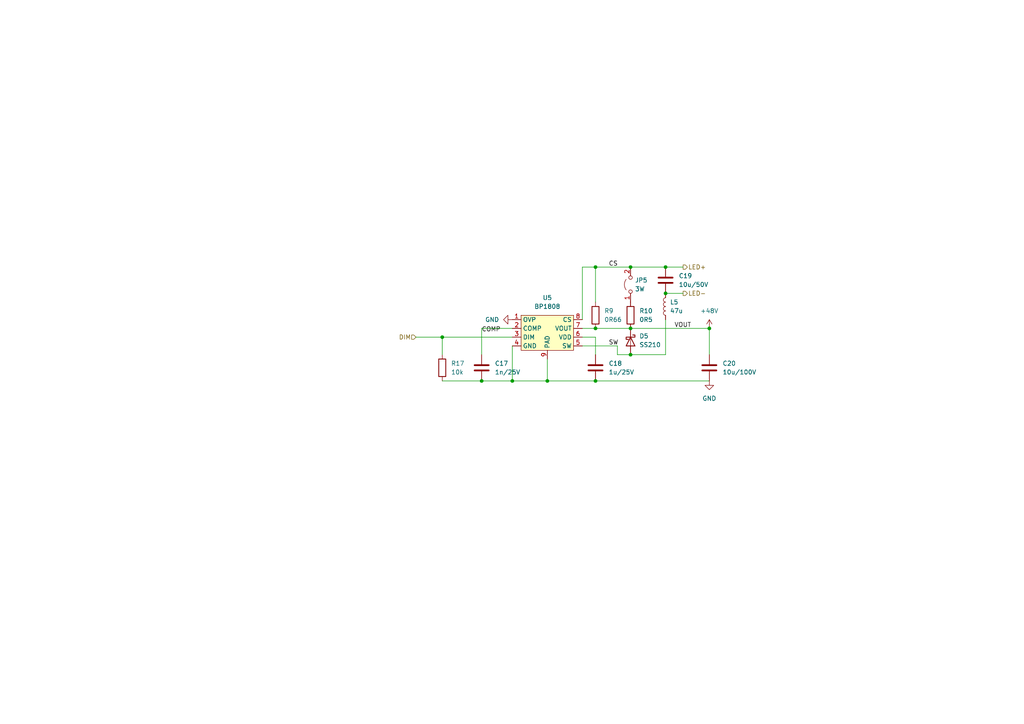
<source format=kicad_sch>
(kicad_sch (version 20211123) (generator eeschema)
  (paper "A4")
  (lib_symbols
    (symbol "Device:C" (pin_numbers hide) (pin_names (offset 0.254))
      (property "Reference" "C" (at 0.635 2.54 0))
      (property "Value" "C" (at 0.635 -2.54 0))
      (symbol "C_0_1"
        (polyline (pts (xy -2.032 -0.762) (xy 2.032 -0.762)) (stroke (width 0.508)))
        (polyline (pts (xy -2.032 0.762) (xy 2.032 0.762)) (stroke (width 0.508)))
      )
      (symbol "C_1_1"
        (pin passive line (at 0 3.81 270) (length 2.794) (name "~") (number "1"))
        (pin passive line (at 0 -3.81 90) (length 2.794) (name "~") (number "2"))
      )
    )
    (symbol "Device:D_Schottky" (pin_numbers hide) (pin_names (offset 1.016) hide)
      (property "Reference" "D" (at 0 2.54 0))
      (property "Value" "D_Schottky" (at 0 -2.54 0))
      (symbol "D_Schottky_0_1"
        (polyline (pts (xy 1.27 0) (xy -1.27 0)))
        (polyline (pts (xy 1.27 1.27) (xy 1.27 -1.27) (xy -1.27 0) (xy 1.27 1.27)) (stroke (width 0.254)))
        (polyline (pts (xy -1.905 0.635) (xy -1.905 1.27) (xy -1.27 1.27) (xy -1.27 -1.27) (xy -0.635 -1.27) (xy -0.635 -0.635)) (stroke (width 0.254)))
      )
      (symbol "D_Schottky_1_1"
        (pin passive line (at -3.81 0 0) (length 2.54) (name "K") (number "1"))
        (pin passive line (at 3.81 0 180) (length 2.54) (name "A") (number "2"))
      )
    )
    (symbol "Device:L" (pin_numbers hide) (pin_names (offset 1.016) hide)
      (property "Reference" "L" (at -1.27 0 90))
      (property "Value" "L" (at 1.905 0 90))
      (symbol "L_0_1"
        (arc (start 0 -2.54) (mid 0.635 -1.905) (end 0 -1.27))
        (arc (start 0 -1.27) (mid 0.635 -0.635) (end 0 0))
        (arc (start 0 0) (mid 0.635 0.635) (end 0 1.27))
        (arc (start 0 1.27) (mid 0.635 1.905) (end 0 2.54))
      )
      (symbol "L_1_1"
        (pin passive line (at 0 3.81 270) (length 1.27) (name "1") (number "1"))
        (pin passive line (at 0 -3.81 90) (length 1.27) (name "2") (number "2"))
      )
    )
    (symbol "Device:R" (pin_numbers hide) (pin_names (offset 0))
      (property "Reference" "R" (at 2.032 0 90))
      (property "Value" "R" (at 0 0 90))
      (symbol "R_0_1"
        (rectangle (start -1.016 -2.54) (end 1.016 2.54) (stroke (width 0.254)))
      )
      (symbol "R_1_1"
        (pin passive line (at 0 3.81 270) (length 1.27) (name "~") (number "1"))
        (pin passive line (at 0 -3.81 90) (length 1.27) (name "~") (number "2"))
      )
    )
    (symbol "Jumper:Jumper_2_Open" (pin_names (offset 0) hide)
      (property "Reference" "JP" (at 0 2.794 0))
      (property "Value" "Jumper_2_Open" (at 0 -2.286 0))
      (symbol "Jumper_2_Open_0_0"
        (circle (center -2.032 0) (radius 0.508))
        (circle (center 2.032 0) (radius 0.508))
      )
      (symbol "Jumper_2_Open_0_1"
        (arc (start 1.524 1.27) (mid 0 1.778) (end -1.524 1.27))
      )
      (symbol "Jumper_2_Open_1_1"
        (pin passive line (at -5.08 0 0) (length 2.54) (name "A") (number "1"))
        (pin passive line (at 5.08 0 180) (length 2.54) (name "B") (number "2"))
      )
    )
    (symbol "liebler_SEMICONDUCTORS:BP1808"
      (property "Reference" "U" (at 0 8.89 0))
      (property "Value" "BP1808" (at 0 6.35 0))
      (symbol "BP1808_0_1"
        (rectangle (start -7.62 5.08) (end 7.62 -5.08) (fill (type background)))
      )
      (symbol "BP1808_1_1"
        (pin input line (at -10.16 3.81 0) (length 2.54) (name "OVP") (number "1"))
        (pin input line (at -10.16 1.27 0) (length 2.54) (name "COMP") (number "2"))
        (pin input line (at -10.16 -1.27 0) (length 2.54) (name "DIM") (number "3"))
        (pin power_in line (at -10.16 -3.81 0) (length 2.54) (name "GND") (number "4"))
        (pin output line (at 10.16 -3.81 180) (length 2.54) (name "SW") (number "5"))
        (pin power_out line (at 10.16 -1.27 180) (length 2.54) (name "VDD") (number "6"))
        (pin power_in line (at 10.16 1.27 180) (length 2.54) (name "VOUT") (number "7"))
        (pin input line (at 10.16 3.81 180) (length 2.54) (name "CS") (number "8"))
        (pin passive line (at 0 -7.62 90) (length 2.54) (name "PAD") (number "9"))
      )
    )
    (symbol "power:+48V" (power) (pin_names (offset 0))
      (property "Value" "+48V" (at 0 3.556 0))
      (symbol "+48V_0_1"
        (polyline (pts (xy -0.762 1.27) (xy 0 2.54)))
        (polyline (pts (xy 0 0) (xy 0 2.54)))
        (polyline (pts (xy 0 2.54) (xy 0.762 1.27)))
      )
      (symbol "+48V_1_1"
        (pin power_in line (at 0 0 90) (length 0) hide (name "+48V") (number "1"))
      )
    )
    (symbol "power:GND" (power) (pin_names (offset 0))
      (property "Value" "GND" (at 0 -3.81 0))
      (symbol "GND_0_1"
        (polyline (pts (xy 0 0) (xy 0 -1.27) (xy 1.27 -1.27) (xy 0 -2.54) (xy -1.27 -1.27) (xy 0 -1.27)))
      )
      (symbol "GND_1_1"
        (pin power_in line (at 0 0 270) (length 0) hide (name "GND") (number "1"))
      )
    )
  )
  (junction (at 205.74 95.25))
  (junction (at 193.04 85.09))
  (junction (at 172.72 77.47))
  (junction (at 182.88 102.87))
  (junction (at 172.72 95.25))
  (junction (at 172.72 110.49))
  (junction (at 182.88 77.47))
  (junction (at 128.27 97.79))
  (junction (at 158.75 110.49))
  (junction (at 148.59 110.49))
  (junction (at 182.88 95.25))
  (junction (at 193.04 77.47))
  (junction (at 139.7 110.49))
  (wire (pts (xy 139.7 95.25) (xy 139.7 102.87)))
  (wire (pts (xy 128.27 97.79) (xy 148.59 97.79)))
  (wire (pts (xy 172.72 102.87) (xy 172.72 97.79)))
  (wire (pts (xy 193.04 92.71) (xy 193.04 102.87)))
  (wire (pts (xy 182.88 102.87) (xy 193.04 102.87)))
  (wire (pts (xy 128.27 110.49) (xy 139.7 110.49)))
  (wire (pts (xy 205.74 110.49) (xy 172.72 110.49)))
  (wire (pts (xy 172.72 97.79) (xy 168.91 97.79)))
  (wire (pts (xy 172.72 95.25) (xy 182.88 95.25)))
  (wire (pts (xy 182.88 95.25) (xy 205.74 95.25)))
  (wire (pts (xy 148.59 95.25) (xy 139.7 95.25)))
  (wire (pts (xy 168.91 92.71) (xy 168.91 77.47)))
  (wire (pts (xy 148.59 100.33) (xy 148.59 110.49)))
  (wire (pts (xy 179.07 100.33) (xy 168.91 100.33)))
  (wire (pts (xy 128.27 97.79) (xy 128.27 102.87)))
  (wire (pts (xy 179.07 102.87) (xy 179.07 100.33)))
  (wire (pts (xy 172.72 77.47) (xy 182.88 77.47)))
  (wire (pts (xy 182.88 77.47) (xy 193.04 77.47)))
  (wire (pts (xy 182.88 102.87) (xy 179.07 102.87)))
  (wire (pts (xy 158.75 104.14) (xy 158.75 110.49)))
  (wire (pts (xy 172.72 77.47) (xy 172.72 87.63)))
  (wire (pts (xy 193.04 77.47) (xy 198.12 77.47)))
  (wire (pts (xy 158.75 110.49) (xy 172.72 110.49)))
  (wire (pts (xy 168.91 95.25) (xy 172.72 95.25)))
  (wire (pts (xy 193.04 85.09) (xy 198.12 85.09)))
  (wire (pts (xy 139.7 110.49) (xy 148.59 110.49)))
  (wire (pts (xy 168.91 77.47) (xy 172.72 77.47)))
  (wire (pts (xy 148.59 110.49) (xy 158.75 110.49)))
  (wire (pts (xy 205.74 95.25) (xy 205.74 102.87)))
  (wire (pts (xy 120.65 97.79) (xy 128.27 97.79)))
  (label "SW" (at 176.53 100.33 0))
  (label "CS" (at 176.53 77.47 0))
  (label "COMP" (at 139.7 96.52 0))
  (label "VOUT" (at 195.58 95.25 0))
  (hierarchical_label "LED+" (shape output) (at 198.12 77.47 0))
  (hierarchical_label "LED-" (shape output) (at 198.12 85.09 0))
  (hierarchical_label "DIM" (shape input) (at 120.65 97.79 180))
  (symbol (lib_id "Device:R") (at 182.88 91.44 0)
    (property "Reference" "R10" (at 185.42 90.1699 0) (effects (justify left)))
    (property "Value" "0R5" (at 185.42 92.7099 0) (effects (justify left)))
    (property "Footprint" "Resistor_SMD:R_1206_3216Metric_Pad1.30x1.75mm_HandSolder" (effects hide))
  )
  (symbol (lib_id "Device:R") (at 128.27 106.68 0)
    (property "Reference" "R17" (at 130.81 105.4099 0) (effects (justify left)))
    (property "Value" "10k" (at 130.81 107.9499 0) (effects (justify left)))
    (property "Footprint" "Resistor_SMD:R_0603_1608Metric" (effects hide))
  )
  (symbol (lib_id "Jumper:Jumper_2_Open") (at 182.88 82.55 90)
    (property "Reference" "JP5" (at 184.15 81.2799 90) (effects (justify right)))
    (property "Value" "3W" (at 184.15 83.8199 90) (effects (justify right)))
    (property "Footprint" "liebler_CONN:Jumper 2x2.54" (effects hide))
  )
  (symbol (lib_id "power:+48V") (at 205.74 95.25 0)
    (property "Reference" "#PWR014" (effects hide))
    (property "Value" "+48V" (at 205.74 90.17 0))
  )
  (symbol (lib_id "liebler_SEMICONDUCTORS:BP1808") (at 158.75 96.52 0)
    (property "Reference" "U5" (at 158.75 86.36 0))
    (property "Value" "BP1808" (at 158.75 88.9 0))
    (property "Footprint" "Package_SO:SOIC-8-1EP_3.9x4.9mm_P1.27mm_EP2.41x3.3mm_ThermalVias" (effects hide))
    (property "JLCPCB" "C85659" (effects hide))
  )
  (symbol (lib_id "Device:L") (at 193.04 88.9 180)
    (property "Reference" "L5" (at 194.31 87.6299 0) (effects (justify right)))
    (property "Value" "47u" (at 194.31 90.1699 0) (effects (justify right)))
    (property "Footprint" "Inductor_SMD:L_Abracon_ASPI-0630LR" (effects hide))
    (property "JLCPCB" "C408455" (effects hide))
  )
  (symbol (lib_id "Device:D_Schottky") (at 182.88 99.06 270)
    (property "Reference" "D5" (at 185.42 97.4724 90) (effects (justify left)))
    (property "Value" "SS210" (at 185.42 100.0124 90) (effects (justify left)))
    (property "Footprint" "liebler_SEMICONDUCTORS:D_SMA" (effects hide))
    (property "JLCPCB" "C14996" (effects hide))
  )
  (symbol (lib_id "Device:C") (at 205.74 106.68 0)
    (property "Reference" "C20" (at 209.55 105.4099 0) (effects (justify left)))
    (property "Value" "10u/100V" (at 209.55 107.9499 0) (effects (justify left)))
    (property "Footprint" "Capacitor_SMD:C_2220_5650Metric" (effects hide))
    (property "JLCPCB" "C153035" (effects hide))
  )
  (symbol (lib_id "Device:C") (at 139.7 106.68 0)
    (property "Reference" "C17" (at 143.51 105.4099 0) (effects (justify left)))
    (property "Value" "1n/25V" (at 143.51 107.9499 0) (effects (justify left)))
    (property "Footprint" "Capacitor_SMD:C_0603_1608Metric" (effects hide))
    (property "JLCPCB" "C1588" (effects hide))
  )
  (symbol (lib_id "power:GND") (at 148.59 92.71 270)
    (property "Reference" "#PWR0113" (effects hide))
    (property "Value" "GND" (at 144.78 92.7099 90) (effects (justify right)))
  )
  (symbol (lib_id "Device:C") (at 172.72 106.68 0)
    (property "Reference" "C18" (at 176.53 105.4099 0) (effects (justify left)))
    (property "Value" "1u/25V" (at 176.53 107.9499 0) (effects (justify left)))
    (property "Footprint" "Capacitor_SMD:C_0603_1608Metric" (effects hide))
    (property "JLCPCB" "C15849" (effects hide))
  )
  (symbol (lib_id "Device:R") (at 172.72 91.44 0)
    (property "Reference" "R9" (at 175.26 90.1699 0) (effects (justify left)))
    (property "Value" "0R66" (at 175.26 92.7099 0) (effects (justify left)))
    (property "Footprint" "Resistor_SMD:R_1206_3216Metric_Pad1.30x1.75mm_HandSolder" (effects hide))
  )
  (symbol (lib_id "Device:C") (at 193.04 81.28 0)
    (property "Reference" "C19" (at 196.85 80.0099 0) (effects (justify left)))
    (property "Value" "10u/50V" (at 196.85 82.5499 0) (effects (justify left)))
    (property "Footprint" "Capacitor_SMD:C_1206_3216Metric_Pad1.33x1.80mm_HandSolder" (effects hide))
  )
  (symbol (lib_id "power:GND") (at 205.74 110.49 0)
    (property "Reference" "#PWR015" (effects hide))
    (property "Value" "GND" (at 205.74 115.57 0))
  )
)
</source>
